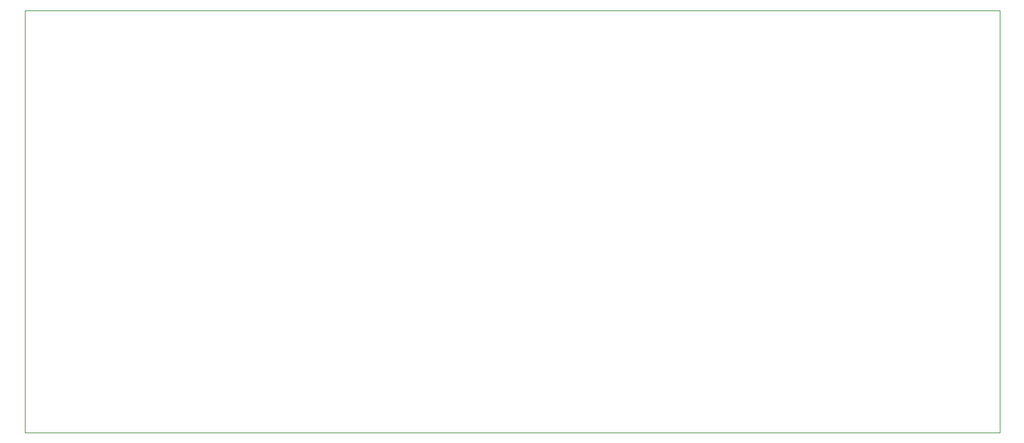
<source format=gbr>
%TF.GenerationSoftware,KiCad,Pcbnew,9.0.1*%
%TF.CreationDate,2025-05-05T17:36:54+02:00*%
%TF.ProjectId,Geocachingbox,47656f63-6163-4686-996e-67626f782e6b,rev?*%
%TF.SameCoordinates,Original*%
%TF.FileFunction,Profile,NP*%
%FSLAX46Y46*%
G04 Gerber Fmt 4.6, Leading zero omitted, Abs format (unit mm)*
G04 Created by KiCad (PCBNEW 9.0.1) date 2025-05-05 17:36:54*
%MOMM*%
%LPD*%
G01*
G04 APERTURE LIST*
%TA.AperFunction,Profile*%
%ADD10C,0.050000*%
%TD*%
G04 APERTURE END LIST*
D10*
X213500000Y-119605000D02*
X213500000Y-64970000D01*
X87409000Y-119605000D02*
X213500000Y-119605000D01*
X87409985Y-64970000D02*
X213500000Y-64970000D01*
X87409000Y-119605000D02*
X87409985Y-64970000D01*
M02*

</source>
